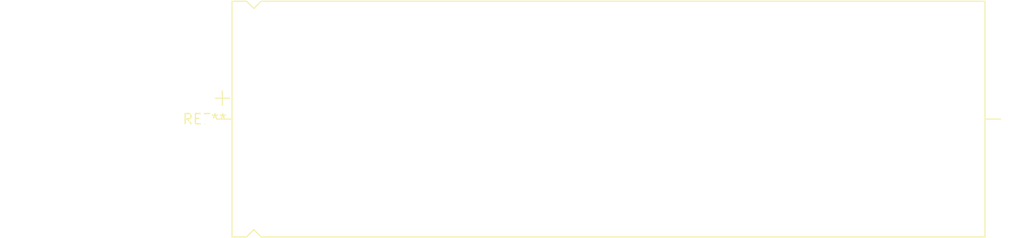
<source format=kicad_pcb>
(kicad_pcb (version 20240108) (generator pcbnew)
  (layers (0 "F.Cu" signal) (31 "B.Cu" signal) (34 "B.Paste" user) (35 "F.Paste" user) (36 "B.SilkS" user "B.Silkscreen") (37 "F.SilkS" user "F.Silkscreen") (38 "B.Mask" user) (39 "F.Mask" user) (44 "Edge.Cuts" user))
  (net 0 "")
  (footprint "CP_Axial_L93.0mm_D29.0mm_P100.00mm_Horizontal" (layer "F.Cu") (at 0 0)
    (property "Reference" "REF**")
    (property "Value" "CP_Axial_L93.0mm_D29.0mm_P100.00mm_Horizontal")
    (fp_line (start 1.28 -2.6) (end 3.08 -2.6) (layer "F.SilkS") (stroke (width 0.12)))
    (fp_line (start 1.44 0) (end 3.38 0) (layer "F.SilkS") (stroke (width 0.12)))
    (fp_line (start 2.18 -3.5) (end 2.18 -1.7) (layer "F.SilkS") (stroke (width 0.12)))
    (fp_line (start 3.38 -14.62) (end 3.38 14.62) (layer "F.SilkS") (stroke (width 0.12)))
    (fp_line (start 3.38 -14.62) (end 5.18 -14.62) (layer "F.SilkS") (stroke (width 0.12)))
    (fp_line (start 3.38 14.62) (end 5.18 14.62) (layer "F.SilkS") (stroke (width 0.12)))
    (fp_line (start 5.18 -14.62) (end 6.08 -13.72) (layer "F.SilkS") (stroke (width 0.12)))
    (fp_line (start 5.18 14.62) (end 6.08 13.72) (layer "F.SilkS") (stroke (width 0.12)))
    (fp_line (start 6.08 -13.72) (end 6.98 -14.62) (layer "F.SilkS") (stroke (width 0.12)))
    (fp_line (start 6.08 13.72) (end 6.98 14.62) (layer "F.SilkS") (stroke (width 0.12)))
    (fp_line (start 6.98 -14.62) (end 96.62 -14.62) (layer "F.SilkS") (stroke (width 0.12)))
    (fp_line (start 6.98 14.62) (end 96.62 14.62) (layer "F.SilkS") (stroke (width 0.12)))
    (fp_line (start 96.62 -14.62) (end 96.62 14.62) (layer "F.SilkS") (stroke (width 0.12)))
    (fp_line (start 98.56 0) (end 96.62 0) (layer "F.SilkS") (stroke (width 0.12)))
    (pad "1" thru_hole rect (at 0 0) (size 2.4 2.4) (drill 1.2) (layers *.Cu *.Mask) (remove_unused_layers))
    (pad "2" thru_hole oval (at 100 0) (size 2.4 2.4) (drill 1.2) (layers *.Cu *.Mask) (remove_unused_layers))
  )
)
</source>
